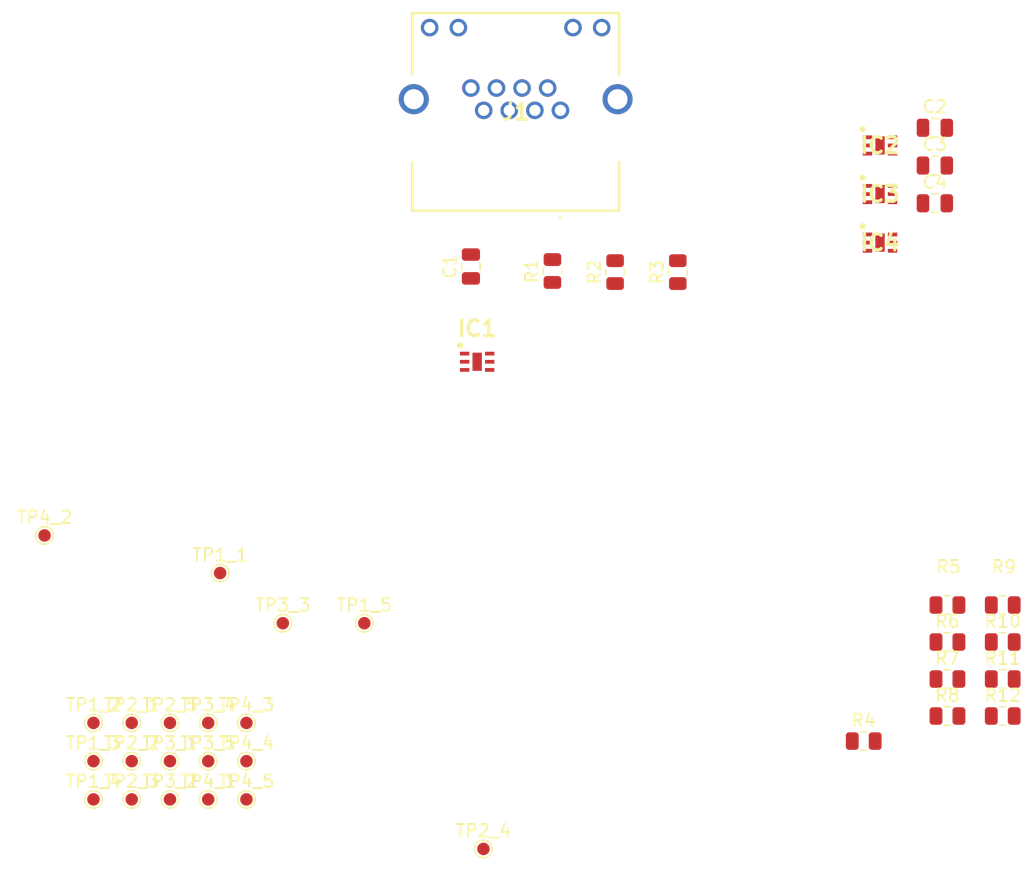
<source format=kicad_pcb>
(kicad_pcb (version 20241229) (generator "pcbnew") (generator_version "9.0")
  (layers (0 "F.Cu" signal) (2 "B.Cu" signal) (13 "F.Paste" user) (15 "B.Paste" user) (5 "F.SilkS" user "F.Silkscreen") (7 "B.SilkS" user "B.Silkscreen") (1 "F.Mask" user) (3 "B.Mask" user) (25 "Edge.Cuts" user))
  (net 0 "")
  (net 1 "GND")
  (net 2 "VDD")
  (net 3 "Net-(IC1-SCL)")
  (net 4 "Net-(IC1-SDA)")
  (net 5 "Net-(IC1-INT)")
  (footprint "Resistor_SMD:R_0805_2012Metric" (layer "F.Cu") (at 170.9125 71.9)
    (property "Reference" "R12" (at 0 -1.65 0) (layer "F.SilkS"))
    (property "Value" "10k")
    (fp_line (start -0.227064 -0.735) (end 0.227064 -0.735) (stroke (width 0.12)) (layer "F.SilkS"))
    (fp_line (start -0.227064 0.735) (end 0.227064 0.735) (stroke (width 0.12)) (layer "F.SilkS"))
    (pad "1" smd roundrect (at -0.9125 0) (size 1.025 1.4) (layers "F.Cu" "F.Mask" "F.Paste") (roundrect_rratio 0.243902) (net 2 "VDD"))
    (pad "2" smd roundrect (at 0.9125 0) (size 1.025 1.4) (layers "F.Cu" "F.Mask" "F.Paste") (roundrect_rratio 0.243902) (net 3 "Net-(IC1-SCL)"))
  )
  (footprint "Resistor_SMD:R_0805_2012Metric" (layer "F.Cu") (at 166.5025 71.9)
    (property "Reference" "R8" (at 0 -1.65 0) (layer "F.SilkS"))
    (property "Value" "10k")
    (fp_line (start -0.227064 -0.735) (end 0.227064 -0.735) (stroke (width 0.12)) (layer "F.SilkS"))
    (fp_line (start -0.227064 0.735) (end 0.227064 0.735) (stroke (width 0.12)) (layer "F.SilkS"))
    (pad "1" smd roundrect (at -0.9125 0) (size 1.025 1.4) (layers "F.Cu" "F.Mask" "F.Paste") (roundrect_rratio 0.243902) (net 2 "VDD"))
    (pad "2" smd roundrect (at 0.9125 0) (size 1.025 1.4) (layers "F.Cu" "F.Mask" "F.Paste") (roundrect_rratio 0.243902) (net 5 "Net-(IC1-INT)"))
  )
  (footprint "OPT3001DNDPRQ1:SON65P200X200X65-7N-D" (layer "F.Cu") (at 161.125 26.4)
    (property "Reference" "IC2" (at 0 0 0) (layer "F.SilkS") (effects (font (size 1.27 1.27) (thickness 0.254))))
    (property "Value" "OPT3001DNPRQ1" (hide yes))
    (fp_circle (center -1.375 -1.3) (end -1.375 -1.175) (stroke (width 0.25)) (fill no) (layer "F.SilkS"))
    (pad "1" smd rect (at -1 -0.65 90) (size 0.3 0.75) (layers "F.Cu" "F.Mask" "F.Paste") (net 2 "VDD"))
    (pad "2" smd rect (at -1 0 90) (size 0.3 0.75) (layers "F.Cu" "F.Mask" "F.Paste") (net 2 "VDD"))
    (pad "3" smd rect (at -1 0.65 90) (size 0.3 0.75) (layers "F.Cu" "F.Mask" "F.Paste") (net 1 "GND"))
    (pad "4" smd rect (at 1 0.65 90) (size 0.3 0.75) (layers "F.Cu" "F.Mask" "F.Paste") (net 3 "Net-(IC1-SCL)"))
    (pad "5" smd rect (at 1 0 90) (size 0.3 0.75) (layers "F.Cu" "F.Mask" "F.Paste") (net 5 "Net-(IC1-INT)"))
    (pad "6" smd rect (at 1 -0.65 90) (size 0.3 0.75) (layers "F.Cu" "F.Mask" "F.Paste") (net 4 "Net-(IC1-SDA)"))
    (pad "7" smd rect (at 0 0) (size 0.75 1.45) (layers "F.Cu" "F.Mask" "F.Paste") (net 1 "GND"))
  )
  (footprint "Resistor_SMD:R_0805_2012Metric" (layer "F.Cu") (at 170.9125 63.05)
    (property "Reference" "R9" (at 0.0875 -3.05 0) (layer "F.SilkS"))
    (property "Value" "10k")
    (fp_line (start -0.227064 -0.735) (end 0.227064 -0.735) (stroke (width 0.12)) (layer "F.SilkS"))
    (fp_line (start -0.227064 0.735) (end 0.227064 0.735) (stroke (width 0.12)) (layer "F.SilkS"))
    (pad "1" smd roundrect (at -0.9125 0) (size 1.025 1.4) (layers "F.Cu" "F.Mask" "F.Paste") (roundrect_rratio 0.243902) (net 2 "VDD"))
    (pad "2" smd roundrect (at 0.9125 0) (size 1.025 1.4) (layers "F.Cu" "F.Mask" "F.Paste") (roundrect_rratio 0.243902) (net 3 "Net-(IC1-SCL)"))
  )
  (footprint "Resistor_SMD:R_0805_2012Metric" (layer "F.Cu") (at 145 36.5 90)
    (property "Reference" "R3" (at 0 -1.65 90) (layer "F.SilkS"))
    (property "Value" "10k")
    (fp_line (start -0.227064 -0.735) (end 0.227064 -0.735) (stroke (width 0.12)) (layer "F.SilkS"))
    (fp_line (start -0.227064 0.735) (end 0.227064 0.735) (stroke (width 0.12)) (layer "F.SilkS"))
    (pad "1" smd roundrect (at -0.9125 0 90) (size 1.025 1.4) (layers "F.Cu" "F.Mask" "F.Paste") (roundrect_rratio 0.243902) (net 2 "VDD"))
    (pad "2" smd roundrect (at 0.9125 0 90) (size 1.025 1.4) (layers "F.Cu" "F.Mask" "F.Paste") (roundrect_rratio 0.243902) (net 3 "Net-(IC1-SCL)"))
  )
  (footprint "TestPoint:TestPoint_Pad_D1.0mm" (layer "F.Cu") (at 98.4 75.5)
    (property "Reference" "TP1_3" (at 0 -1.448 0) (layer "F.SilkS"))
    (property "Value" "TestPoint")
    (fp_circle (center 0 0) (end 0 0.7) (stroke (width 0.12)) (fill no) (layer "F.SilkS"))
    (pad "1" smd circle (at 0 0) (size 1 1) (layers "F.Cu" "F.Mask") (net 3 "Net-(IC1-SCL)"))
  )
  (footprint "TestPoint:TestPoint_Pad_D1.0mm" (layer "F.Cu") (at 110.6 75.5)
    (property "Reference" "TP4_4" (at 0 -1.448 0) (layer "F.SilkS"))
    (property "Value" "TestPoint")
    (fp_circle (center 0 0) (end 0 0.7) (stroke (width 0.12)) (fill no) (layer "F.SilkS"))
    (pad "1" smd circle (at 0 0) (size 1 1) (layers "F.Cu" "F.Mask") (net 5 "Net-(IC1-INT)"))
  )
  (footprint "OPT3001DNDPRQ1:SON65P200X200X65-7N-D" (layer "F.Cu") (at 161.125 30.275)
    (property "Reference" "IC3" (at 0 0 0) (layer "F.SilkS") (effects (font (size 1.27 1.27) (thickness 0.254))))
    (property "Value" "OPT3001DNPRQ1" (hide yes))
    (fp_circle (center -1.375 -1.3) (end -1.375 -1.175) (stroke (width 0.25)) (fill no) (layer "F.SilkS"))
    (pad "1" smd rect (at -1 -0.65 90) (size 0.3 0.75) (layers "F.Cu" "F.Mask" "F.Paste") (net 2 "VDD"))
    (pad "2" smd rect (at -1 0 90) (size 0.3 0.75) (layers "F.Cu" "F.Mask" "F.Paste") (net 4 "Net-(IC1-SDA)"))
    (pad "3" smd rect (at -1 0.65 90) (size 0.3 0.75) (layers "F.Cu" "F.Mask" "F.Paste") (net 1 "GND"))
    (pad "4" smd rect (at 1 0.65 90) (size 0.3 0.75) (layers "F.Cu" "F.Mask" "F.Paste") (net 3 "Net-(IC1-SCL)"))
    (pad "5" smd rect (at 1 0 90) (size 0.3 0.75) (layers "F.Cu" "F.Mask" "F.Paste") (net 5 "Net-(IC1-INT)"))
    (pad "6" smd rect (at 1 -0.65 90) (size 0.3 0.75) (layers "F.Cu" "F.Mask" "F.Paste") (net 4 "Net-(IC1-SDA)"))
    (pad "7" smd rect (at 0 0) (size 0.75 1.45) (layers "F.Cu" "F.Mask" "F.Paste") (net 1 "GND"))
  )
  (footprint "Capacitor_SMD:C_0805_2012Metric" (layer "F.Cu") (at 128.5 36.05 90)
    (property "Reference" "C1" (at 0 -1.68 90) (layer "F.SilkS"))
    (property "Value" "100n")
    (fp_line (start -0.261252 -0.735) (end 0.261252 -0.735) (stroke (width 0.12)) (layer "F.SilkS"))
    (fp_line (start -0.261252 0.735) (end 0.261252 0.735) (stroke (width 0.12)) (layer "F.SilkS"))
    (pad "1" smd roundrect (at -0.95 0 90) (size 1 1.45) (layers "F.Cu" "F.Mask" "F.Paste") (net 2 "VDD"))
    (pad "2" smd roundrect (at 0.95 0 90) (size 1 1.45) (layers "F.Cu" "F.Mask" "F.Paste") (net 1 "GND"))
  )
  (footprint "Resistor_SMD:R_0805_2012Metric" (layer "F.Cu") (at 159.825 73.9)
    (property "Reference" "R4" (at 0 -1.65 0) (layer "F.SilkS"))
    (property "Value" "10k")
    (fp_line (start -0.227064 -0.735) (end 0.227064 -0.735) (stroke (width 0.12)) (layer "F.SilkS"))
    (fp_line (start -0.227064 0.735) (end 0.227064 0.735) (stroke (width 0.12)) (layer "F.SilkS"))
    (pad "1" smd roundrect (at -0.9125 0) (size 1.025 1.4) (layers "F.Cu" "F.Mask" "F.Paste") (roundrect_rratio 0.243902) (net 2 "VDD"))
    (pad "2" smd roundrect (at 0.9125 0) (size 1.025 1.4) (layers "F.Cu" "F.Mask" "F.Paste") (roundrect_rratio 0.243902) (net 4 "Net-(IC1-SDA)"))
  )
  (footprint "TestPoint:TestPoint_Pad_D1.0mm" (layer "F.Cu") (at 101.45 75.5)
    (property "Reference" "TP2_2" (at 0 -1.448 0) (layer "F.SilkS"))
    (property "Value" "TestPoint")
    (fp_circle (center 0 0) (end 0 0.7) (stroke (width 0.12)) (fill no) (layer "F.SilkS"))
    (pad "1" smd circle (at 0 0) (size 1 1) (layers "F.Cu" "F.Mask") (net 1 "GND"))
  )
  (footprint "TestPoint:TestPoint_Pad_D1.0mm" (layer "F.Cu") (at 101.45 78.55)
    (property "Reference" "TP2_3" (at 0 -1.448 0) (layer "F.SilkS"))
    (property "Value" "TestPoint")
    (fp_circle (center 0 0) (end 0 0.7) (stroke (width 0.12)) (fill no) (layer "F.SilkS"))
    (pad "1" smd circle (at 0 0) (size 1 1) (layers "F.Cu" "F.Mask") (net 3 "Net-(IC1-SCL)"))
  )
  (footprint "TestPoint:TestPoint_Pad_D1.0mm" (layer "F.Cu") (at 98.4 78.55)
    (property "Reference" "TP1_4" (at 0 -1.448 0) (layer "F.SilkS"))
    (property "Value" "TestPoint")
    (fp_circle (center 0 0) (end 0 0.7) (stroke (width 0.12)) (fill no) (layer "F.SilkS"))
    (pad "1" smd circle (at 0 0) (size 1 1) (layers "F.Cu" "F.Mask") (net 5 "Net-(IC1-INT)"))
  )
  (footprint "OPT3001DNDPRQ1:SON65P200X200X65-7N-D" (layer "F.Cu") (at 129 43.65)
    (property "Reference" "IC1" (at 0 -2.65 0) (layer "F.SilkS") (effects (font (size 1.27 1.27) (thickness 0.254))))
    (property "Value" "OPT3001DNPRQ1" (hide yes))
    (fp_circle (center -1.375 -1.3) (end -1.375 -1.175) (stroke (width 0.25)) (fill no) (layer "F.SilkS"))
    (pad "1" smd rect (at -1 -0.65 90) (size 0.3 0.75) (layers "F.Cu" "F.Mask" "F.Paste") (net 2 "VDD"))
    (pad "2" smd rect (at -1 0 90) (size 0.3 0.75) (layers "F.Cu" "F.Mask" "F.Paste") (net 1 "GND"))
    (pad "3" smd rect (at -1 0.65 90) (size 0.3 0.75) (layers "F.Cu" "F.Mask" "F.Paste") (net 1 "GND"))
    (pad "4" smd rect (at 1 0.65 90) (size 0.3 0.75) (layers "F.Cu" "F.Mask" "F.Paste") (net 3 "Net-(IC1-SCL)"))
    (pad "5" smd rect (at 1 0 90) (size 0.3 0.75) (layers "F.Cu" "F.Mask" "F.Paste") (net 5 "Net-(IC1-INT)"))
    (pad "6" smd rect (at 1 -0.65 90) (size 0.3 0.75) (layers "F.Cu" "F.Mask" "F.Paste") (net 4 "Net-(IC1-SDA)"))
    (pad "7" smd rect (at 0 0) (size 0.75 1.45) (layers "F.Cu" "F.Mask" "F.Paste") (net 1 "GND"))
  )
  (footprint "MTJ-88ARX1-FSM-LG:MTJ88ARX1FSMLG" (layer "F.Cu") (at 135.64 23.6)
    (property "Reference" "J1" (at -3.57 0.125 0) (layer "F.SilkS") (effects (font (size 1.27 1.27) (thickness 0.254))))
    (property "Value" "MTJ-88ARX1-FSM-LG" (hide yes))
    (fp_line (start -11.82 -7.75) (end 4.68 -7.75) (stroke (width 0.2)) (layer "F.SilkS"))
    (fp_line (start -11.82 -2.875) (end -11.82 -7.75) (stroke (width 0.2)) (layer "F.SilkS"))
    (fp_line (start -11.82 4.125) (end -11.82 8) (stroke (width 0.2)) (layer "F.SilkS"))
    (fp_line (start -11.82 8) (end 4.68 8) (stroke (width 0.2)) (layer "F.SilkS"))
    (fp_line (start -0.013 8.5) (end -0.013 8.5) (stroke (width 0.1)) (layer "F.SilkS"))
    (fp_line (start -0.013 8.6) (end -0.013 8.6) (stroke (width 0.1)) (layer "F.SilkS"))
    (fp_line (start 4.68 -7.75) (end 4.68 -2.875) (stroke (width 0.2)) (layer "F.SilkS"))
    (fp_line (start 4.68 8) (end 4.68 4.125) (stroke (width 0.2)) (layer "F.SilkS"))
    (fp_arc (start -0.013 8.5) (mid 0.037 8.55) (end -0.013 8.6) (stroke (width 0.1)) (layer "F.SilkS"))
    (fp_arc (start -0.013 8.6) (mid -0.063 8.55) (end -0.013 8.5) (stroke (width 0.1)) (layer "F.SilkS"))
    (pad "" np_thru_hole circle (at -9.92 2.54) (size 3.2 3.2) (drill 3.2) (layers "*.Cu" "*.Mask"))
    (pad "" np_thru_hole circle (at 2.78 2.54) (size 3.2 3.2) (drill 3.2) (layers "*.Cu" "*.Mask"))
    (pad "1" thru_hole circle (at 0 0) (size 1.4 1.4) (drill 0.9) (layers "*.Cu" "*.Mask") (net 4 "Net-(IC1-SDA)"))
    (pad "2" thru_hole circle (at -1.02 -1.78) (size 1.4 1.4) (drill 0.9) (layers "*.Cu" "*.Mask") (net 1 "GND"))
    (pad "3" thru_hole circle (at -2.04 0) (size 1.4 1.4) (drill 0.9) (layers "*.Cu" "*.Mask") (net 1 "GND"))
    (pad "4" thru_hole circle (at -3.06 -1.78) (size 1.4 1.4) (drill 0.9) (layers "*.Cu" "*.Mask") (net 5 "Net-(IC1-INT)"))
    (pad "5" thru_hole circle (at -4.08 0) (size 1.4 1.4) (drill 0.9) (layers "*.Cu" "*.Mask") (net 2 "VDD"))
    (pad "6" thru_hole circle (at -5.1 -1.78) (size 1.4 1.4) (drill 0.9) (layers "*.Cu" "*.Mask") (net 1 "GND"))
    (pad "7" thru_hole circle (at -6.12 0) (size 1.4 1.4) (drill 0.9) (layers "*.Cu" "*.Mask") (net 1 "GND"))
    (pad "8" thru_hole circle (at -7.14 -1.78) (size 1.4 1.4) (drill 0.9) (layers "*.Cu" "*.Mask") (net 3 "Net-(IC1-SCL)"))
    (pad "9" thru_hole circle (at 3.29 -6.6) (size 1.4 1.4) (drill 0.9) (layers "*.Cu" "*.Mask"))
    (pad "10" thru_hole circle (at 1 -6.6) (size 1.4 1.4) (drill 0.9) (layers "*.Cu" "*.Mask"))
    (pad "11" thru_hole circle (at -8.14 -6.6) (size 1.4 1.4) (drill 0.9) (layers "*.Cu" "*.Mask"))
    (pad "12" thru_hole circle (at -10.43 -6.6) (size 1.4 1.4) (drill 0.9) (layers "*.Cu" "*.Mask"))
    (pad "MH1" thru_hole circle (at 4.555 -0.89) (size 2.4 2.4) (drill 1.6) (layers "*.Cu" "*.Mask") (net 1 "GND"))
    (pad "MH2" thru_hole circle (at -11.695 -0.89) (size 2.4 2.4) (drill 1.6) (layers "*.Cu" "*.Mask") (net 1 "GND"))
  )
  (footprint "OPT3001DNDPRQ1:SON65P200X200X65-7N-D" (layer "F.Cu") (at 161.125 34.15)
    (property "Reference" "IC4" (at 0 0 0) (layer "F.SilkS") (effects (font (size 1.27 1.27) (thickness 0.254))))
    (property "Value" "OPT3001DNPRQ1" (hide yes))
    (fp_circle (center -1.375 -1.3) (end -1.375 -1.175) (stroke (width 0.25)) (fill no) (layer "F.SilkS"))
    (pad "1" smd rect (at -1 -0.65 90) (size 0.3 0.75) (layers "F.Cu" "F.Mask" "F.Paste") (net 2 "VDD"))
    (pad "2" smd rect (at -1 0 90) (size 0.3 0.75) (layers "F.Cu" "F.Mask" "F.Paste") (net 3 "Net-(IC1-SCL)"))
    (pad "3" smd rect (at -1 0.65 90) (size 0.3 0.75) (layers "F.Cu" "F.Mask" "F.Paste") (net 1 "GND"))
    (pad "4" smd rect (at 1 0.65 90) (size 0.3 0.75) (layers "F.Cu" "F.Mask" "F.Paste") (net 3 "Net-(IC1-SCL)"))
    (pad "5" smd rect (at 1 0 90) (size 0.3 0.75) (layers "F.Cu" "F.Mask" "F.Paste") (net 5 "Net-(IC1-INT)"))
    (pad "6" smd rect (at 1 -0.65 90) (size 0.3 0.75) (layers "F.Cu" "F.Mask" "F.Paste") (net 4 "Net-(IC1-SDA)"))
    (pad "7" smd rect (at 0 0) (size 0.75 1.45) (layers "F.Cu" "F.Mask" "F.Paste") (net 1 "GND"))
  )
  (footprint "Resistor_SMD:R_0805_2012Metric" (layer "F.Cu") (at 135 36.4125 90)
    (property "Reference" "R1" (at 0 -1.65 90) (layer "F.SilkS"))
    (property "Value" "10k")
    (fp_line (start -0.227064 -0.735) (end 0.227064 -0.735) (stroke (width 0.12)) (layer "F.SilkS"))
    (fp_line (start -0.227064 0.735) (end 0.227064 0.735) (stroke (width 0.12)) (layer "F.SilkS"))
    (pad "1" smd roundrect (at -0.9125 0 90) (size 1.025 1.4) (layers "F.Cu" "F.Mask" "F.Paste") (roundrect_rratio 0.243902) (net 2 "VDD"))
    (pad "2" smd roundrect (at 0.9125 0 90) (size 1.025 1.4) (layers "F.Cu" "F.Mask" "F.Paste") (roundrect_rratio 0.243902) (net 4 "Net-(IC1-SDA)"))
  )
  (footprint "TestPoint:TestPoint_Pad_D1.0mm" (layer "F.Cu") (at 110.6 78.55)
    (property "Reference" "TP4_5" (at 0 -1.448 0) (layer "F.SilkS"))
    (property "Value" "TestPoint")
    (fp_circle (center 0 0) (end 0 0.7) (stroke (width 0.12)) (fill no) (layer "F.SilkS"))
    (pad "1" smd circle (at 0 0) (size 1 1) (layers "F.Cu" "F.Mask") (net 4 "Net-(IC1-SDA)"))
  )
  (footprint "Resistor_SMD:R_0805_2012Metric" (layer "F.Cu") (at 166.5025 63.05)
    (property "Reference" "R5" (at 0.0875 -3.05 0) (layer "F.SilkS"))
    (property "Value" "10k")
    (fp_line (start -0.227064 -0.735) (end 0.227064 -0.735) (stroke (width 0.12)) (layer "F.SilkS"))
    (fp_line (start -0.227064 0.735) (end 0.227064 0.735) (stroke (width 0.12)) (layer "F.SilkS"))
    (pad "1" smd roundrect (at -0.9125 0) (size 1.025 1.4) (layers "F.Cu" "F.Mask" "F.Paste") (roundrect_rratio 0.243902) (net 2 "VDD"))
    (pad "2" smd roundrect (at 0.9125 0) (size 1.025 1.4) (layers "F.Cu" "F.Mask" "F.Paste") (roundrect_rratio 0.243902) (net 5 "Net-(IC1-INT)"))
  )
  (footprint "TestPoint:TestPoint_Pad_D1.0mm" (layer "F.Cu") (at 113.5 64.5)
    (property "Reference" "TP3_3" (at 0 -1.448 0) (layer "F.SilkS"))
    (property "Value" "TestPoint")
    (fp_circle (center 0 0) (end 0 0.7) (stroke (width 0.12)) (fill no) (layer "F.SilkS"))
    (pad "1" smd circle (at 0 0) (size 1 1) (layers "F.Cu" "F.Mask") (net 3 "Net-(IC1-SCL)"))
  )
  (footprint "Resistor_SMD:R_0805_2012Metric" (layer "F.Cu") (at 140 36.5 90)
    (property "Reference" "R2" (at 0 -1.65 90) (layer "F.SilkS"))
    (property "Value" "10k")
    (fp_line (start -0.227064 -0.735) (end 0.227064 -0.735) (stroke (width 0.12)) (layer "F.SilkS"))
    (fp_line (start -0.227064 0.735) (end 0.227064 0.735) (stroke (width 0.12)) (layer "F.SilkS"))
    (pad "1" smd roundrect (at -0.9125 0 90) (size 1.025 1.4) (layers "F.Cu" "F.Mask" "F.Paste") (roundrect_rratio 0.243902) (net 2 "VDD"))
    (pad "2" smd roundrect (at 0.9125 0 90) (size 1.025 1.4) (layers "F.Cu" "F.Mask" "F.Paste") (roundrect_rratio 0.243902) (net 5 "Net-(IC1-INT)"))
  )
  (footprint "TestPoint:TestPoint_Pad_D1.0mm" (layer "F.Cu") (at 110.6 72.45)
    (property "Reference" "TP4_3" (at 0 -1.448 0) (layer "F.SilkS"))
    (property "Value" "TestPoint")
    (fp_circle (center 0 0) (end 0 0.7) (stroke (width 0.12)) (fill no) (layer "F.SilkS"))
    (pad "1" smd circle (at 0 0) (size 1 1) (layers "F.Cu" "F.Mask") (net 3 "Net-(IC1-SCL)"))
  )
  (footprint "Capacitor_SMD:C_0805_2012Metric" (layer "F.Cu") (at 165.5 28)
    (property "Reference" "C3" (at 0 -1.68 0) (layer "F.SilkS"))
    (property "Value" "100n")
    (fp_line (start -0.261252 -0.735) (end 0.261252 -0.735) (stroke (width 0.12)) (layer "F.SilkS"))
    (fp_line (start -0.261252 0.735) (end 0.261252 0.735) (stroke (width 0.12)) (layer "F.SilkS"))
    (pad "1" smd roundrect (at -0.95 0) (size 1 1.45) (layers "F.Cu" "F.Mask" "F.Paste") (net 2 "VDD"))
    (pad "2" smd roundrect (at 0.95 0) (size 1 1.45) (layers "F.Cu" "F.Mask" "F.Paste") (net 1 "GND"))
  )
  (footprint "Resistor_SMD:R_0805_2012Metric" (layer "F.Cu") (at 170.9125 68.95)
    (property "Reference" "R11" (at 0 -1.65 0) (layer "F.SilkS"))
    (property "Value" "10k")
    (fp_line (start -0.227064 -0.735) (end 0.227064 -0.735) (stroke (width 0.12)) (layer "F.SilkS"))
    (fp_line (start -0.227064 0.735) (end 0.227064 0.735) (stroke (width 0.12)) (layer "F.SilkS"))
    (pad "1" smd roundrect (at -0.9125 0) (size 1.025 1.4) (layers "F.Cu" "F.Mask" "F.Paste") (roundrect_rratio 0.243902) (net 2 "VDD"))
    (pad "2" smd roundrect (at 0.9125 0) (size 1.025 1.4) (layers "F.Cu" "F.Mask" "F.Paste") (roundrect_rratio 0.243902) (net 5 "Net-(IC1-INT)"))
  )
  (footprint "TestPoint:TestPoint_Pad_D1.0mm" (layer "F.Cu") (at 104.5 78.55)
    (property "Reference" "TP3_2" (at 0 -1.448 0) (layer "F.SilkS"))
    (property "Value" "TestPoint")
    (fp_circle (center 0 0) (end 0 0.7) (stroke (width 0.12)) (fill no) (layer "F.SilkS"))
    (pad "1" smd circle (at 0 0) (size 1 1) (layers "F.Cu" "F.Mask") (net 1 "GND"))
  )
  (footprint "TestPoint:TestPoint_Pad_D1.0mm" (layer "F.Cu") (at 108.5 60.5)
    (property "Reference" "TP1_1" (at 0 -1.448 0) (layer "F.SilkS"))
    (property "Value" "TestPoint")
    (fp_circle (center 0 0) (end 0 0.7) (stroke (width 0.12)) (fill no) (layer "F.SilkS"))
    (pad "1" smd circle (at 0 0) (size 1 1) (layers "F.Cu" "F.Mask") (net 2 "VDD"))
  )
  (footprint "Capacitor_SMD:C_0805_2012Metric" (layer "F.Cu") (at 165.5 31.01)
    (property "Reference" "C4" (at 0 -1.68 0) (layer "F.SilkS"))
    (property "Value" "100n")
    (fp_line (start -0.261252 -0.735) (end 0.261252 -0.735) (stroke (width 0.12)) (layer "F.SilkS"))
    (fp_line (start -0.261252 0.735) (end 0.261252 0.735) (stroke (width 0.12)) (layer "F.SilkS"))
    (pad "1" smd roundrect (at -0.95 0) (size 1 1.45) (layers "F.Cu" "F.Mask" "F.Paste") (net 2 "VDD"))
    (pad "2" smd roundrect (at 0.95 0) (size 1 1.45) (layers "F.Cu" "F.Mask" "F.Paste") (net 1 "GND"))
  )
  (footprint "TestPoint:TestPoint_Pad_D1.0mm" (layer "F.Cu") (at 104.5 75.5)
    (property "Reference" "TP3_1" (at 0 -1.448 0) (layer "F.SilkS"))
    (property "Value" "TestPoint")
    (fp_circle (center 0 0) (end 0 0.7) (stroke (width 0.12)) (fill no) (layer "F.SilkS"))
    (pad "1" smd circle (at 0 0) (size 1 1) (layers "F.Cu" "F.Mask") (net 2 "VDD"))
  )
  (footprint "TestPoint:TestPoint_Pad_D1.0mm" (layer "F.Cu") (at 98.4 72.45)
    (property "Reference" "TP1_2" (at 0 -1.448 0) (layer "F.SilkS"))
    (property "Value" "TestPoint")
    (fp_circle (center 0 0) (end 0 0.7) (stroke (width 0.12)) (fill no) (layer "F.SilkS"))
    (pad "1" smd circle (at 0 0) (size 1 1) (layers "F.Cu" "F.Mask") (net 1 "GND"))
  )
  (footprint "TestPoint:TestPoint_Pad_D1.0mm" (layer "F.Cu") (at 129.5 82.5)
    (property "Reference" "TP2_4" (at 0 -1.448 0) (layer "F.SilkS"))
    (property "Value" "TestPoint")
    (fp_circle (center 0 0) (end 0 0.7) (stroke (width 0.12)) (fill no) (layer "F.SilkS"))
    (pad "1" smd circle (at 0 0) (size 1 1) (layers "F.Cu" "F.Mask") (net 5 "Net-(IC1-INT)"))
  )
  (footprint "Capacitor_SMD:C_0805_2012Metric" (layer "F.Cu") (at 165.5 24.99)
    (property "Reference" "C2" (at 0 -1.68 0) (layer "F.SilkS"))
    (property "Value" "100n")
    (fp_line (start -0.261252 -0.735) (end 0.261252 -0.735) (stroke (width 0.12)) (layer "F.SilkS"))
    (fp_line (start -0.261252 0.735) (end 0.261252 0.735) (stroke (width 0.12)) (layer "F.SilkS"))
    (pad "1" smd roundrect (at -0.95 0) (size 1 1.45) (layers "F.Cu" "F.Mask" "F.Paste") (net 2 "VDD"))
    (pad "2" smd roundrect (at 0.95 0) (size 1 1.45) (layers "F.Cu" "F.Mask" "F.Paste") (net 1 "GND"))
  )
  (footprint "TestPoint:TestPoint_Pad_D1.0mm" (layer "F.Cu") (at 120 64.5)
    (property "Reference" "TP1_5" (at 0 -1.448 0) (layer "F.SilkS"))
    (property "Value" "TestPoint")
    (fp_circle (center 0 0) (end 0 0.7) (stroke (width 0.12)) (fill no) (layer "F.SilkS"))
    (pad "1" smd circle (at 0 0) (size 1 1) (layers "F.Cu" "F.Mask") (net 4 "Net-(IC1-SDA)"))
  )
  (footprint "TestPoint:TestPoint_Pad_D1.0mm" (layer "F.Cu") (at 94.5 57.5)
    (property "Reference" "TP4_2" (at 0 -1.448 0) (layer "F.SilkS"))
    (property "Value" "TestPoint")
    (fp_circle (center 0 0) (end 0 0.7) (stroke (width 0.12)) (fill no) (layer "F.SilkS"))
    (pad "1" smd circle (at 0 0) (size 1 1) (layers "F.Cu" "F.Mask") (net 1 "GND"))
  )
  (footprint "TestPoint:TestPoint_Pad_D1.0mm" (layer "F.Cu") (at 107.55 72.45)
    (property "Reference" "TP3_4" (at 0 -1.448 0) (layer "F.SilkS"))
    (property "Value" "TestPoint")
    (fp_circle (center 0 0) (end 0 0.7) (stroke (width 0.12)) (fill no) (layer "F.SilkS"))
    (pad "1" smd circle (at 0 0) (size 1 1) (layers "F.Cu" "F.Mask") (net 5 "Net-(IC1-INT)"))
  )
  (footprint "Resistor_SMD:R_0805_2012Metric" (layer "F.Cu") (at 166.5025 68.95)
    (property "Reference" "R7" (at 0 -1.65 0) (layer "F.SilkS"))
    (property "Value" "10k")
    (fp_line (start -0.227064 -0.735) (end 0.227064 -0.735) (stroke (width 0.12)) (layer "F.SilkS"))
    (fp_line (start -0.227064 0.735) (end 0.227064 0.735) (stroke (width 0.12)) (layer "F.SilkS"))
    (pad "1" smd roundrect (at -0.9125 0) (size 1.025 1.4) (layers "F.Cu" "F.Mask" "F.Paste") (roundrect_rratio 0.243902) (net 2 "VDD"))
    (pad "2" smd roundrect (at 0.9125 0) (size 1.025 1.4) (layers "F.Cu" "F.Mask" "F.Paste") (roundrect_rratio 0.243902) (net 4 "Net-(IC1-SDA)"))
  )
  (footprint "TestPoint:TestPoint_Pad_D1.0mm" (layer "F.Cu") (at 107.55 78.55)
    (property "Reference" "TP4_1" (at 0 -1.448 0) (layer "F.SilkS"))
    (property "Value" "TestPoint")
    (fp_circle (center 0 0) (end 0 0.7) (stroke (width 0.12)) (fill no) (layer "F.SilkS"))
    (pad "1" smd circle (at 0 0) (size 1 1) (layers "F.Cu" "F.Mask") (net 2 "VDD"))
  )
  (footprint "Resistor_SMD:R_0805_2012Metric" (layer "F.Cu") (at 170.9125 66)
    (property "Reference" "R10" (at 0 -1.65 0) (layer "F.SilkS"))
    (property "Value" "10k")
    (fp_line (start -0.227064 -0.735) (end 0.227064 -0.735) (stroke (width 0.12)) (layer "F.SilkS"))
    (fp_line (start -0.227064 0.735) (end 0.227064 0.735) (stroke (width 0.12)) (layer "F.SilkS"))
    (pad "1" smd roundrect (at -0.9125 0) (size 1.025 1.4) (layers "F.Cu" "F.Mask" "F.Paste") (roundrect_rratio 0.243902) (net 2 "VDD"))
    (pad "2" smd roundrect (at 0.9125 0) (size 1.025 1.4) (layers "F.Cu" "F.Mask" "F.Paste") (roundrect_rratio 0.243902) (net 4 "Net-(IC1-SDA)"))
  )
  (footprint "Resistor_SMD:R_0805_2012Metric" (layer "F.Cu") (at 166.5025 66)
    (property "Reference" "R6" (at 0 -1.65 0) (layer "F.SilkS"))
    (property "Value" "10k")
    (fp_line (start -0.227064 -0.735) (end 0.227064 -0.735) (stroke (width 0.12)) (layer "F.SilkS"))
    (fp_line (start -0.227064 0.735) (end 0.227064 0.735) (stroke (width 0.12)) (layer "F.SilkS"))
    (pad "1" smd roundrect (at -0.9125 0) (size 1.025 1.4) (layers "F.Cu" "F.Mask" "F.Paste") (roundrect_rratio 0.243902) (net 2 "VDD"))
    (pad "2" smd roundrect (at 0.9125 0) (size 1.025 1.4) (layers "F.Cu" "F.Mask" "F.Paste") (roundrect_rratio 0.243902) (net 3 "Net-(IC1-SCL)"))
  )
  (footprint "TestPoint:TestPoint_Pad_D1.0mm" (layer "F.Cu") (at 104.5 72.45)
    (property "Reference" "TP2_5" (at 0 -1.448 0) (layer "F.SilkS"))
    (property "Value" "TestPoint")
    (fp_circle (center 0 0) (end 0 0.7) (stroke (width 0.12)) (fill no) (layer "F.SilkS"))
    (pad "1" smd circle (at 0 0) (size 1 1) (layers "F.Cu" "F.Mask") (net 4 "Net-(IC1-SDA)"))
  )
  (footprint "TestPoint:TestPoint_Pad_D1.0mm" (layer "F.Cu") (at 107.55 75.5)
    (property "Reference" "TP3_5" (at 0 -1.448 0) (layer "F.SilkS"))
    (property "Value" "TestPoint")
    (fp_circle (center 0 0) (end 0 0.7) (stroke (width 0.12)) (fill no) (layer "F.SilkS"))
    (pad "1" smd circle (at 0 0) (size 1 1) (layers "F.Cu" "F.Mask") (net 4 "Net-(IC1-SDA)"))
  )
  (footprint "TestPoint:TestPoint_Pad_D1.0mm" (layer "F.Cu") (at 101.45 72.45)
    (property "Reference" "TP2_1" (at 0 -1.448 0) (layer "F.SilkS"))
    (property "Value" "TestPoint")
    (fp_circle (center 0 0) (end 0 0.7) (stroke (width 0.12)) (fill no) (layer "F.SilkS"))
    (pad "1" smd circle (at 0 0) (size 1 1) (layers "F.Cu" "F.Mask") (net 2 "VDD"))
  )
)
</source>
